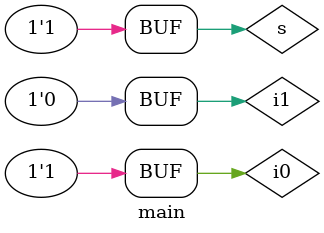
<source format=v>
module MUX1(Sel,I0,I1,E);
    input Sel,I0,I1;
    output E;
    assign E=(I1&Sel)|(I0&~Sel);
endmodule

module MUX2(Sel,I0,I1,E);
    input Sel,I0,I1;
    output E;
    wire x,y,z;
    not n0(z,Sel);
    and a1(x,I1,Sel);
    and a0(y,I0,z);
    or o0(E,x,y);
endmodule

module MUX3(Sel,I0,I1,E);
    input Sel,I0,I1;
    output E;
    reg E;
    always @(Sel,I0,I1)
    E=(I1&Sel)|(I0&~Sel);
endmodule

module MUX4(Sel,I0,I1,E);
    input Sel,I0,I1;
    output E; reg E;
    always @(Sel,I0,I1)
    begin
    if(Sel==0) E=I0;
    else E=I1;
    end
endmodule

module main();
    reg s,i0,i1;
    wire e1,e2,e3,e4;
    initial
    begin
    $monitor("%d\t%d\t%d\t%d\t%d\t%d\t%d\t%d",$time,s,i0,i1,e1,e2,e3,e4);
    s=1;
    i0=1;
    #5 i1=0;
    end
    MUX1 m1(s,i0,i1,e1);
    MUX2 m2(s,i0,i1,e2);
    MUX3 m3(s,i0,i1,e3);
    MUX4 m4(s,i0,i1,e4);
endmodule
</source>
